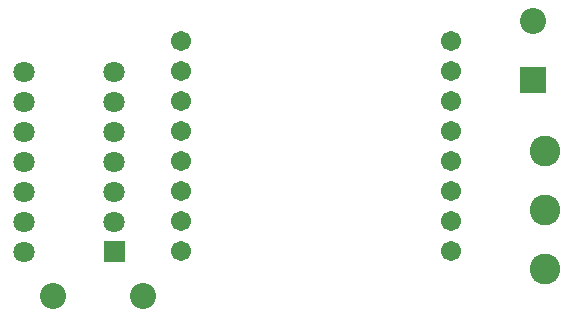
<source format=gts>
G04 Layer: TopSolderMaskLayer*
G04 EasyEDA v6.4.25, 2021-11-13T16:36:47+01:00*
G04 fbf2b491685049a8bfad643619c64f1f,1776d3e4676a440d9a66004cab294cc2,10*
G04 Gerber Generator version 0.2*
G04 Scale: 100 percent, Rotated: No, Reflected: No *
G04 Dimensions in millimeters *
G04 leading zeros omitted , absolute positions ,4 integer and 5 decimal *
%FSLAX45Y45*%
%MOMM*%

%ADD26C,2.2032*%
%ADD27C,2.6032*%
%ADD29C,1.8031*%
%ADD30C,1.7112*%

%LPD*%
G36*
X4389881Y2439923D02*
G01*
X4389881Y2660142D01*
X4610100Y2660142D01*
X4610100Y2439923D01*
G37*
D26*
G01*
X4500001Y3050009D03*
G01*
X437200Y716000D03*
G01*
X1199200Y716000D03*
D27*
G01*
X4600000Y1950001D03*
G01*
X4600000Y1450002D03*
G01*
X4600000Y950003D03*
G36*
X862837Y1005331D02*
G01*
X862837Y1185671D01*
X1043178Y1185671D01*
X1043178Y1005331D01*
G37*
D29*
G01*
X953099Y1349502D03*
G01*
X953099Y1603502D03*
G01*
X953099Y1857502D03*
G01*
X953099Y2111502D03*
G01*
X953099Y2365502D03*
G01*
X953099Y2619502D03*
G01*
X191099Y2619502D03*
G01*
X191099Y2365502D03*
G01*
X191099Y2111502D03*
G01*
X191099Y1857502D03*
G01*
X191099Y1603502D03*
G01*
X191099Y1349502D03*
G01*
X191099Y1095502D03*
D30*
G01*
X3802700Y2621000D03*
G01*
X3802700Y2367000D03*
G01*
X3802700Y2113000D03*
G01*
X3802700Y1859000D03*
G01*
X3802700Y1605000D03*
G01*
X3802700Y1351000D03*
G01*
X3802700Y1097000D03*
G01*
X1516700Y2621000D03*
G01*
X1516700Y2367000D03*
G01*
X1516700Y2113000D03*
G01*
X1516700Y1859000D03*
G01*
X1516700Y1605000D03*
G01*
X1516700Y1351000D03*
G01*
X1516700Y1097000D03*
G01*
X3802700Y2875000D03*
G01*
X1516700Y2875000D03*
M02*

</source>
